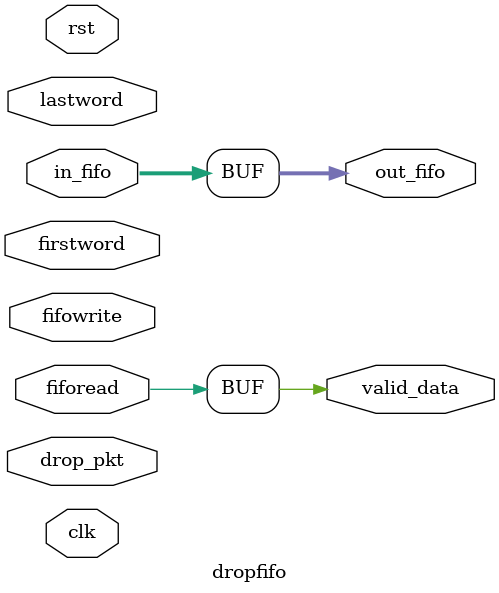
<source format=v>

`timescale 1ns / 1ps

module dropfifo(
    input        clk,
    input        drop_pkt,
    input        fiforead,
    input        fifowrite,
    input        firstword,
    input [71:0] in_fifo,
    input        lastword,
    input        rst,

    output [71:0] out_fifo,
    output        valid_data
);


    assign out_fifo  = in_fifo;
    assign valid_data = fiforead;

endmodule

</source>
